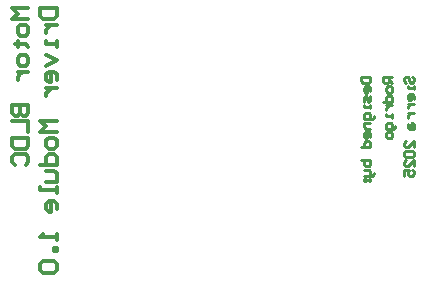
<source format=gbr>
%FSTAX23Y23*%
%MOIN*%
%SFA1B1*%

%IPPOS*%
%ADD16C,0.010000*%
%ADD48C,0.011811*%
%LNpcb1_legend_bot-1*%
%LPD*%
G54D16*
X01731Y02104D02*
X01762D01*
Y02088*
X01757Y02083*
X01736*
X01731Y02088*
Y02104*
X01762Y02056D02*
Y02067D01*
X01757Y02072*
X01747*
X01741Y02067*
Y02056*
X01747Y02051*
X01752*
Y02072*
X01762Y02041D02*
Y02025D01*
X01757Y0202*
X01752Y02025*
Y02035*
X01747Y02041*
X01741Y02035*
Y0202*
X01762Y02009D02*
Y01999D01*
Y02004*
X01741*
Y02009*
X01773Y01972D02*
Y01967D01*
X01768Y01962*
X01741*
Y01978*
X01747Y01983*
X01757*
X01762Y01978*
Y01962*
Y01951D02*
X01741D01*
Y01936*
X01747Y01931*
X01762*
Y01904D02*
Y01915D01*
X01757Y0192*
X01747*
X01741Y01915*
Y01904*
X01747Y01899*
X01752*
Y0192*
X01731Y01868D02*
X01762D01*
Y01883*
X01757Y01889*
X01747*
X01741Y01883*
Y01868*
X01731Y01826D02*
X01762D01*
Y0181*
X01757Y01805*
X01752*
X01747*
X01741Y0181*
Y01826*
Y01794D02*
X01757D01*
X01762Y01789*
Y01773*
X01768*
X01773Y01778*
Y01784*
X01762Y01773D02*
X01741D01*
Y01763D02*
Y01757D01*
X01747*
Y01763*
X01741*
X01757D02*
Y01757D01*
X01762*
Y01763*
X01757*
X01835Y02104D02*
X01803D01*
Y02088*
X01808Y02083*
X01819*
X01824Y02088*
Y02104*
Y02093D02*
X01835Y02083D01*
Y02067D02*
Y02056D01*
X01829Y02051*
X01819*
X01814Y02056*
Y02067*
X01819Y02072*
X01829*
X01835Y02067*
X01803Y0202D02*
X01835D01*
Y02035*
X01829Y02041*
X01819*
X01814Y02035*
Y0202*
Y02009D02*
X01835D01*
X01824*
X01819Y02004*
X01814Y01999*
Y01993*
X01835Y01978D02*
Y01967D01*
Y01972*
X01814*
Y01978*
X01845Y01941D02*
Y01936D01*
X0184Y01931*
X01814*
Y01946*
X01819Y01951*
X01829*
X01835Y01946*
Y01931*
Y01915D02*
Y01904D01*
X01829Y01899*
X01819*
X01814Y01904*
Y01915*
X01819Y0192*
X01829*
X01835Y01915*
X01881Y02083D02*
X01875Y02088D01*
Y02098*
X01881Y02104*
X01886*
X01891Y02098*
Y02088*
X01896Y02083*
X01902*
X01907Y02088*
Y02098*
X01902Y02104*
X01907Y02072D02*
Y02062D01*
Y02067*
X01886*
Y02072*
X01907Y0203D02*
Y02041D01*
X01902Y02046*
X01891*
X01886Y02041*
Y0203*
X01891Y02025*
X01896*
Y02046*
X01886Y02014D02*
X01907D01*
X01896*
X01891Y02009*
X01886Y02004*
Y01999*
Y01983D02*
X01907D01*
X01896*
X01891Y01978*
X01886Y01972*
Y01967*
Y01946D02*
Y01936D01*
X01891Y01931*
X01907*
Y01946*
X01902Y01951*
X01896Y01946*
Y01931*
X01907Y01868D02*
Y01889D01*
X01886Y01868*
X01881*
X01875Y01873*
Y01883*
X01881Y01889*
Y01857D02*
X01875Y01852D01*
Y01841*
X01881Y01836*
X01902*
X01907Y01841*
Y01852*
X01902Y01857*
X01881*
X01907Y01805D02*
Y01826D01*
X01886Y01805*
X01881*
X01875Y0181*
Y0182*
X01881Y01826*
X01875Y01773D02*
Y01794D01*
X01891*
X01886Y01784*
Y01778*
X01891Y01773*
X01902*
X01907Y01778*
Y01789*
X01902Y01794*
G54D48*
X00622Y02333D02*
X00567D01*
X00586Y02314*
X00567Y02296*
X00622*
Y02268D02*
Y0225D01*
X00613Y02241*
X00595*
X00586Y0225*
Y02268*
X00595Y02277*
X00613*
X00622Y02268*
X00576Y02213D02*
X00586D01*
Y02222*
Y02204*
Y02213*
X00613*
X00622Y02204*
Y02167D02*
Y02149D01*
X00613Y0214*
X00595*
X00586Y02149*
Y02167*
X00595Y02176*
X00613*
X00622Y02167*
X00586Y02121D02*
X00622D01*
X00604*
X00595Y02112*
X00586Y02103*
Y02094*
X00567Y02011D02*
X00622D01*
Y01984*
X00613Y01974*
X00604*
X00595Y01984*
Y02011*
Y01984*
X00586Y01974*
X00576*
X00567Y01984*
Y02011*
Y01956D02*
X00622D01*
Y01919*
X00567Y01901D02*
X00622D01*
Y01873*
X00613Y01864*
X00576*
X00567Y01873*
Y01901*
X00576Y01809D02*
X00567Y01818D01*
Y01837*
X00576Y01846*
X00613*
X00622Y01837*
Y01818*
X00613Y01809*
X00662Y02333D02*
X00717D01*
Y02305*
X00708Y02296*
X00671*
X00662Y02305*
Y02333*
X0068Y02277D02*
X00717D01*
X00698*
X00689Y02268*
X0068Y02259*
Y0225*
X00717Y02222D02*
Y02204D01*
Y02213*
X0068*
Y02222*
Y02176D02*
X00717Y02158D01*
X0068Y0214*
X00717Y02094D02*
Y02112D01*
X00708Y02121*
X00689*
X0068Y02112*
Y02094*
X00689Y02085*
X00698*
Y02121*
X0068Y02066D02*
X00717D01*
X00698*
X00689Y02057*
X0068Y02048*
Y02039*
X00717Y01956D02*
X00662D01*
X0068Y01938*
X00662Y01919*
X00717*
Y01892D02*
Y01873D01*
X00708Y01864*
X00689*
X0068Y01873*
Y01892*
X00689Y01901*
X00708*
X00717Y01892*
X00662Y01809D02*
X00717D01*
Y01837*
X00708Y01846*
X00689*
X0068Y01837*
Y01809*
Y01791D02*
X00708D01*
X00717Y01782*
Y01754*
X0068*
X00717Y01736D02*
Y01717D01*
Y01726*
X00662*
Y01736*
X00717Y01662D02*
Y01681D01*
X00708Y0169*
X00689*
X0068Y01681*
Y01662*
X00689Y01653*
X00698*
Y0169*
X00717Y0158D02*
Y01561D01*
Y0157*
X00662*
X00671Y0158*
X00717Y01534D02*
X00708D01*
Y01524*
X00717*
Y01534*
X00671Y01488D02*
X00662Y01479D01*
Y0146*
X00671Y01451*
X00708*
X00717Y0146*
Y01479*
X00708Y01488*
X00671*
M02*
</source>
